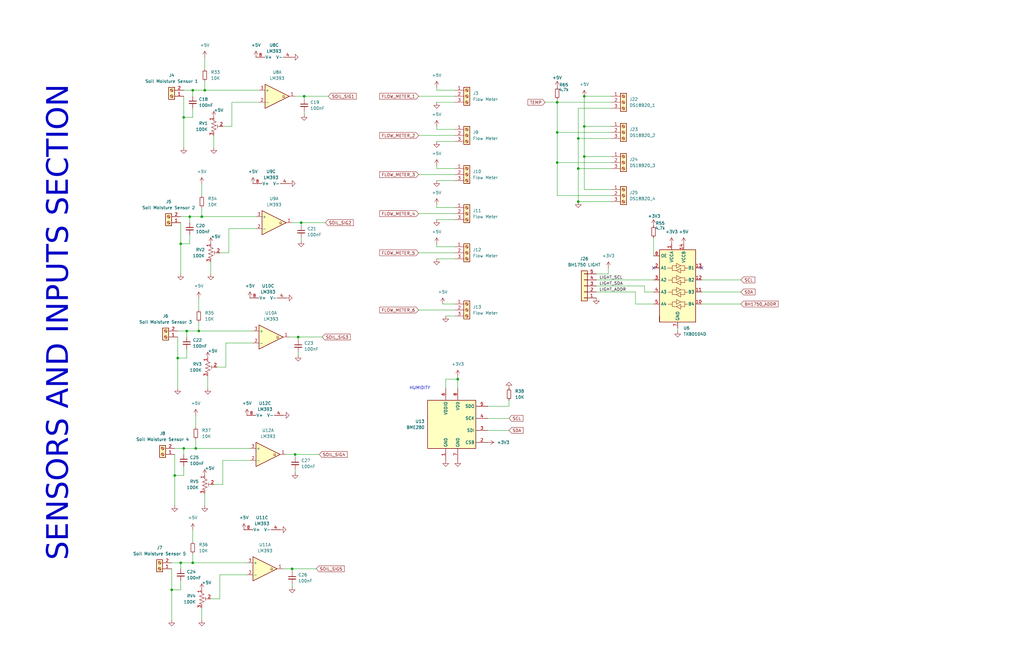
<source format=kicad_sch>
(kicad_sch (version 20250114) (generator "eeschema") (generator_version "9.0")
  (paper "B")
  (lib_symbols
    (symbol "Comparator:LM393" (pin_names (offset 0.127))
      (property "Reference" "U" (at 3.81 3.81 0))
      (property "Value" "LM393" (at 6.35 -3.81 0))
      (symbol "LM393_1_1"
        (pin input line (at -7.62 2.54 0) (length 2.54) (name "+") (number "3"))
        (pin input line (at -7.62 -2.54 0) (length 2.54) (name "-") (number "2"))
        (pin open_collector line (at 7.62 0 180) (length 2.54) (name "~") (number "1"))
      )
      (symbol "LM393_2_1"
        (pin input line (at -7.62 2.54 0) (length 2.54) (name "+") (number "5"))
        (pin input line (at -7.62 -2.54 0) (length 2.54) (name "-") (number "6"))
        (pin open_collector line (at 7.62 0 180) (length 2.54) (name "~") (number "7"))
      )
      (symbol "LM393_3_1"
        (pin power_in line (at -2.54 7.62 270) (length 3.81) (name "V+") (number "8"))
        (pin power_in line (at -2.54 -7.62 90) (length 3.81) (name "V-") (number "4"))
      )
    )
    (symbol "Connector:Screw_Terminal_01x02" (pin_names (offset 1.016) (hide yes))
      (property "Reference" "J" (at 0 2.54 0))
      (property "Value" "Screw_Terminal_01x02" (at 0 -5.08 0))
      (symbol "Screw_Terminal_01x02_1_1"
        (pin passive line (at -5.08 0 0) (length 3.81) (name "Pin_1") (number "1"))
        (pin passive line (at -5.08 -2.54 0) (length 3.81) (name "Pin_2") (number "2"))
      )
    )
    (symbol "Connector:Screw_Terminal_01x03" (pin_names (offset 1.016) (hide yes))
      (property "Reference" "J" (at 0 5.08 0))
      (property "Value" "Screw_Terminal_01x03" (at 0 -5.08 0))
      (symbol "Screw_Terminal_01x03_1_1"
        (pin passive line (at -5.08 2.54 0) (length 3.81) (name "Pin_1") (number "1"))
        (pin passive line (at -5.08 0 0) (length 3.81) (name "Pin_2") (number "2"))
        (pin passive line (at -5.08 -2.54 0) (length 3.81) (name "Pin_3") (number "3"))
      )
    )
    (symbol "Connector_Generic:Conn_01x05" (pin_names (offset 1.016) (hide yes))
      (property "Reference" "J" (at 0 7.62 0))
      (property "Value" "Conn_01x05" (at 0 -7.62 0))
      (symbol "Conn_01x05_1_1"
        (pin passive line (at -5.08 5.08 0) (length 3.81) (name "Pin_1") (number "1"))
        (pin passive line (at -5.08 2.54 0) (length 3.81) (name "Pin_2") (number "2"))
        (pin passive line (at -5.08 0 0) (length 3.81) (name "Pin_3") (number "3"))
        (pin passive line (at -5.08 -2.54 0) (length 3.81) (name "Pin_4") (number "4"))
        (pin passive line (at -5.08 -5.08 0) (length 3.81) (name "Pin_5") (number "5"))
      )
    )
    (symbol "Device:C_Small" (pin_numbers (hide yes)) (pin_names (offset 0.254) (hide yes))
      (property "Reference" "C" (at 0.254 1.778 0))
      (property "Value" "C_Small" (at 0.254 -2.032 0))
      (symbol "C_Small_1_1"
        (pin passive line (at 0 2.54 270) (length 2.032) (name "~") (number "1"))
        (pin passive line (at 0 -2.54 90) (length 2.032) (name "~") (number "2"))
      )
    )
    (symbol "Device:R_Potentiometer_Trim_US" (pin_names (offset 1.016) (hide yes))
      (property "Reference" "RV" (at -4.445 0 90))
      (property "Value" "R_Potentiometer_Trim_US" (at -2.54 0 90))
      (symbol "R_Potentiometer_Trim_US_1_1"
        (pin passive line (at 0 3.81 270) (length 1.27) (name "1") (number "1"))
        (pin passive line (at 0 -3.81 90) (length 1.27) (name "3") (number "3"))
        (pin passive line (at 3.81 0 180) (length 1.27) (name "2") (number "2"))
      )
    )
    (symbol "Device:R_Small" (pin_numbers (hide yes)) (pin_names (offset 0.254) (hide yes))
      (property "Reference" "R" (at 0.762 0.508 0))
      (property "Value" "R_Small" (at 0.762 -1.016 0))
      (symbol "R_Small_1_1"
        (pin passive line (at 0 2.54 270) (length 0.762) (name "~") (number "1"))
        (pin passive line (at 0 -2.54 90) (length 0.762) (name "~") (number "2"))
      )
    )
    (symbol "Logic_LevelTranslator:TXB0104D"
      (property "Reference" "U" (at -6.35 16.51 0))
      (property "Value" "TXB0104D" (at 3.81 16.51 0))
      (symbol "TXB0104D_1_1"
        (pin input line (at -10.16 12.7 0) (length 2.54) (name "OE") (number "8"))
        (pin bidirectional line (at -10.16 7.62 0) (length 2.54) (name "A1") (number "2"))
        (pin bidirectional line (at -10.16 2.54 0) (length 2.54) (name "A2") (number "3"))
        (pin bidirectional line (at -10.16 -2.54 0) (length 2.54) (name "A3") (number "4"))
        (pin bidirectional line (at -10.16 -7.62 0) (length 2.54) (name "A4") (number "5"))
        (pin no_connect line (at -7.62 -12.7 0) (length 2.54) (hide yes) (name "NC") (number "6"))
        (pin power_in line (at -2.54 17.78 270) (length 2.54) (name "VCCA") (number "1"))
        (pin power_in line (at 0 -17.78 90) (length 2.54) (name "GND") (number "7"))
        (pin power_in line (at 2.54 17.78 270) (length 2.54) (name "VCCB") (number "14"))
        (pin no_connect line (at 7.62 -12.7 180) (length 2.54) (hide yes) (name "NC") (number "9"))
        (pin bidirectional line (at 10.16 7.62 180) (length 2.54) (name "B1") (number "13"))
        (pin bidirectional line (at 10.16 2.54 180) (length 2.54) (name "B2") (number "12"))
        (pin bidirectional line (at 10.16 -2.54 180) (length 2.54) (name "B3") (number "11"))
        (pin bidirectional line (at 10.16 -7.62 180) (length 2.54) (name "B4") (number "10"))
      )
    )
    (symbol "Sensor:BME280"
      (property "Reference" "U" (at -8.89 11.43 0))
      (property "Value" "BME280" (at 7.62 11.43 0))
      (symbol "BME280_1_1"
        (pin power_in line (at -2.54 15.24 270) (length 5.08) (name "VDDIO") (number "6"))
        (pin power_in line (at -2.54 -15.24 90) (length 5.08) (name "GND") (number "1"))
        (pin power_in line (at 2.54 15.24 270) (length 5.08) (name "VDD") (number "8"))
        (pin power_in line (at 2.54 -15.24 90) (length 5.08) (name "GND") (number "7"))
        (pin bidirectional line (at 15.24 7.62 180) (length 5.08) (name "SDO") (number "5"))
        (pin input line (at 15.24 2.54 180) (length 5.08) (name "SCK") (number "4"))
        (pin bidirectional line (at 15.24 -2.54 180) (length 5.08) (name "SDI") (number "3"))
        (pin input line (at 15.24 -7.62 180) (length 5.08) (name "CSB") (number "2"))
      )
    )
    (symbol "power:+3V3" (power) (pin_numbers (hide yes)) (pin_names (offset 0) (hide yes))
      (property "Value" "+3V3" (at 0 3.556 0))
      (symbol "+3V3_1_1"
        (pin power_in line (at 0 0 90) (length 0) (name "~") (number "1"))
      )
    )
    (symbol "power:+5V" (power) (pin_numbers (hide yes)) (pin_names (offset 0) (hide yes))
      (property "Value" "+5V" (at 0 3.556 0))
      (symbol "+5V_1_1"
        (pin power_in line (at 0 0 90) (length 0) (name "~") (number "1"))
      )
    )
    (symbol "power:GND" (power) (pin_numbers (hide yes)) (pin_names (offset 0) (hide yes))
      (property "Value" "GND" (at 0 -3.81 0))
      (symbol "GND_1_1"
        (pin power_in line (at 0 0 270) (length 0) (name "~") (number "1"))
      )
    )
  )
  (text "SENSORS AND INPUTS SECTION" (at 27.178 136.144 90) (effects (font (size 9 9))))
  (text "HUMIDITY \n" (at 177.546 163.83 0) (effects (font (size 1.27 1.27))))
  (junction (at 77.47 189.23))
  (junction (at 128.27 40.64))
  (junction (at 243.84 85.09))
  (junction (at 246.38 66.04))
  (junction (at 83.82 139.7))
  (junction (at 76.2 237.49))
  (junction (at 82.55 189.23))
  (junction (at 76.2 102.87))
  (junction (at 193.04 160.02))
  (junction (at 125.73 142.24))
  (junction (at 78.74 139.7))
  (junction (at 81.28 237.49))
  (junction (at 77.47 49.53))
  (junction (at 80.01 91.44))
  (junction (at 123.19 240.03))
  (junction (at 246.38 53.34))
  (junction (at 124.46 191.77))
  (junction (at 86.36 38.1))
  (junction (at 127 93.98))
  (junction (at 72.39 248.92))
  (junction (at 85.09 91.44))
  (junction (at 243.84 58.42))
  (junction (at 243.84 71.12))
  (junction (at 74.93 151.13))
  (junction (at 234.95 68.58))
  (junction (at 234.95 43.18))
  (junction (at 81.28 38.1))
  (junction (at 234.95 55.88))
  (junction (at 246.38 40.64))
  (junction (at 73.66 200.66))
  (no_connect (at 295.91 113.03))
  (no_connect (at 275.59 113.03))
  (wire (pts (xy 78.74 147.32) (xy 78.74 151.13)))
  (wire (pts (xy 124.46 199.39) (xy 124.46 198.12)))
  (wire (pts (xy 88.9 115.57) (xy 88.9 110.49)))
  (wire (pts (xy 85.09 91.44) (xy 107.95 91.44)))
  (wire (pts (xy 246.38 40.64) (xy 246.38 53.34)))
  (wire (pts (xy 176.53 40.64) (xy 191.77 40.64)))
  (wire (pts (xy 123.19 240.03) (xy 133.35 240.03)))
  (wire (pts (xy 123.19 93.98) (xy 127 93.98)))
  (wire (pts (xy 92.71 106.68) (xy 96.52 106.68)))
  (wire (pts (xy 96.52 96.52) (xy 107.95 96.52)))
  (wire (pts (xy 85.09 261.62) (xy 85.09 256.54)))
  (wire (pts (xy 82.55 185.42) (xy 82.55 189.23)))
  (wire (pts (xy 187.96 133.35) (xy 191.77 133.35)))
  (wire (pts (xy 187.96 160.02) (xy 193.04 160.02)))
  (wire (pts (xy 93.98 53.34) (xy 97.79 53.34)))
  (wire (pts (xy 176.53 90.17) (xy 191.77 90.17)))
  (wire (pts (xy 246.38 53.34) (xy 246.38 66.04)))
  (wire (pts (xy 125.73 143.51) (xy 125.73 142.24)))
  (wire (pts (xy 77.47 200.66) (xy 73.66 200.66)))
  (wire (pts (xy 234.95 55.88) (xy 257.81 55.88)))
  (wire (pts (xy 97.79 43.18) (xy 109.22 43.18)))
  (wire (pts (xy 184.15 59.69) (xy 191.77 59.69)))
  (wire (pts (xy 205.74 176.53) (xy 214.63 176.53)))
  (wire (pts (xy 176.53 73.66) (xy 191.77 73.66)))
  (wire (pts (xy 88.9 252.73) (xy 92.71 252.73)))
  (wire (pts (xy 86.36 38.1) (xy 109.22 38.1)))
  (wire (pts (xy 90.17 204.47) (xy 93.98 204.47)))
  (wire (pts (xy 246.38 66.04) (xy 246.38 80.01)))
  (wire (pts (xy 251.46 115.57) (xy 256.54 115.57)))
  (wire (pts (xy 77.47 189.23) (xy 73.66 189.23)))
  (wire (pts (xy 82.55 189.23) (xy 105.41 189.23)))
  (wire (pts (xy 91.44 154.94) (xy 95.25 154.94)))
  (wire (pts (xy 187.96 163.83) (xy 187.96 160.02)))
  (wire (pts (xy 176.53 57.15) (xy 191.77 57.15)))
  (wire (pts (xy 80.01 102.87) (xy 76.2 102.87)))
  (wire (pts (xy 78.74 142.24) (xy 78.74 139.7)))
  (wire (pts (xy 78.74 151.13) (xy 74.93 151.13)))
  (wire (pts (xy 73.66 200.66) (xy 73.66 191.77)))
  (wire (pts (xy 271.78 120.65) (xy 271.78 123.19)))
  (wire (pts (xy 80.01 99.06) (xy 80.01 102.87)))
  (wire (pts (xy 128.27 41.91) (xy 128.27 40.64)))
  (wire (pts (xy 243.84 71.12) (xy 257.81 71.12)))
  (wire (pts (xy 72.39 248.92) (xy 72.39 240.03)))
  (wire (pts (xy 90.17 62.23) (xy 90.17 57.15)))
  (wire (pts (xy 86.36 213.36) (xy 86.36 208.28)))
  (wire (pts (xy 76.2 102.87) (xy 76.2 93.98)))
  (wire (pts (xy 93.98 194.31) (xy 105.41 194.31)))
  (wire (pts (xy 184.15 109.22) (xy 191.77 109.22)))
  (wire (pts (xy 76.2 240.03) (xy 76.2 237.49)))
  (wire (pts (xy 246.38 40.64) (xy 257.81 40.64)))
  (wire (pts (xy 124.46 193.04) (xy 124.46 191.77)))
  (wire (pts (xy 81.28 237.49) (xy 104.14 237.49)))
  (wire (pts (xy 86.36 38.1) (xy 81.28 38.1)))
  (wire (pts (xy 243.84 58.42) (xy 257.81 58.42)))
  (wire (pts (xy 193.04 160.02) (xy 193.04 163.83)))
  (wire (pts (xy 214.63 171.45) (xy 205.74 171.45)))
  (wire (pts (xy 184.15 54.61) (xy 191.77 54.61)))
  (wire (pts (xy 234.95 68.58) (xy 234.95 82.55)))
  (wire (pts (xy 95.25 154.94) (xy 95.25 144.78)))
  (wire (pts (xy 184.15 43.18) (xy 191.77 43.18)))
  (wire (pts (xy 243.84 45.72) (xy 243.84 58.42)))
  (wire (pts (xy 80.01 93.98) (xy 80.01 91.44)))
  (wire (pts (xy 85.09 87.63) (xy 85.09 91.44)))
  (wire (pts (xy 83.82 125.73) (xy 83.82 130.81)))
  (wire (pts (xy 124.46 40.64) (xy 128.27 40.64)))
  (wire (pts (xy 96.52 106.68) (xy 96.52 96.52)))
  (wire (pts (xy 123.19 247.65) (xy 123.19 246.38)))
  (wire (pts (xy 267.97 128.27) (xy 275.59 128.27)))
  (wire (pts (xy 76.2 248.92) (xy 72.39 248.92)))
  (wire (pts (xy 184.15 38.1) (xy 191.77 38.1)))
  (wire (pts (xy 243.84 58.42) (xy 243.84 71.12)))
  (wire (pts (xy 285.75 138.43) (xy 285.75 139.7)))
  (wire (pts (xy 234.95 82.55) (xy 257.81 82.55)))
  (wire (pts (xy 251.46 118.11) (xy 275.59 118.11)))
  (wire (pts (xy 81.28 237.49) (xy 76.2 237.49)))
  (wire (pts (xy 83.82 135.89) (xy 83.82 139.7)))
  (wire (pts (xy 184.15 53.34) (xy 184.15 54.61)))
  (wire (pts (xy 127 93.98) (xy 137.16 93.98)))
  (wire (pts (xy 184.15 69.85) (xy 184.15 71.12)))
  (wire (pts (xy 256.54 113.03) (xy 256.54 115.57)))
  (wire (pts (xy 234.95 41.91) (xy 234.95 43.18)))
  (wire (pts (xy 229.87 43.18) (xy 234.95 43.18)))
  (wire (pts (xy 74.93 151.13) (xy 74.93 142.24)))
  (wire (pts (xy 193.04 158.75) (xy 193.04 160.02)))
  (wire (pts (xy 80.01 91.44) (xy 76.2 91.44)))
  (wire (pts (xy 82.55 189.23) (xy 77.47 189.23)))
  (wire (pts (xy 83.82 139.7) (xy 106.68 139.7)))
  (wire (pts (xy 93.98 204.47) (xy 93.98 194.31)))
  (wire (pts (xy 86.36 24.13) (xy 86.36 29.21)))
  (wire (pts (xy 184.15 87.63) (xy 191.77 87.63)))
  (wire (pts (xy 184.15 36.83) (xy 184.15 38.1)))
  (wire (pts (xy 246.38 66.04) (xy 257.81 66.04)))
  (wire (pts (xy 271.78 123.19) (xy 275.59 123.19)))
  (wire (pts (xy 77.47 191.77) (xy 77.47 189.23)))
  (wire (pts (xy 123.19 241.3) (xy 123.19 240.03)))
  (wire (pts (xy 125.73 142.24) (xy 135.89 142.24)))
  (wire (pts (xy 267.97 123.19) (xy 267.97 128.27)))
  (wire (pts (xy 275.59 100.33) (xy 275.59 107.95)))
  (wire (pts (xy 128.27 40.64) (xy 138.43 40.64)))
  (wire (pts (xy 251.46 120.65) (xy 271.78 120.65)))
  (wire (pts (xy 77.47 49.53) (xy 77.47 40.64)))
  (wire (pts (xy 76.2 245.11) (xy 76.2 248.92)))
  (wire (pts (xy 184.15 102.87) (xy 184.15 104.14)))
  (wire (pts (xy 74.93 163.83) (xy 74.93 151.13)))
  (wire (pts (xy 95.25 144.78) (xy 106.68 144.78)))
  (wire (pts (xy 205.74 181.61) (xy 214.63 181.61)))
  (wire (pts (xy 81.28 49.53) (xy 77.47 49.53)))
  (wire (pts (xy 81.28 40.64) (xy 81.28 38.1)))
  (wire (pts (xy 184.15 92.71) (xy 191.77 92.71)))
  (wire (pts (xy 77.47 196.85) (xy 77.47 200.66)))
  (wire (pts (xy 97.79 53.34) (xy 97.79 43.18)))
  (wire (pts (xy 251.46 123.19) (xy 267.97 123.19)))
  (wire (pts (xy 234.95 43.18) (xy 257.81 43.18)))
  (wire (pts (xy 73.66 213.36) (xy 73.66 200.66)))
  (wire (pts (xy 246.38 80.01) (xy 257.81 80.01)))
  (wire (pts (xy 176.53 106.68) (xy 191.77 106.68)))
  (wire (pts (xy 77.47 62.23) (xy 77.47 49.53)))
  (wire (pts (xy 234.95 68.58) (xy 257.81 68.58)))
  (wire (pts (xy 81.28 38.1) (xy 77.47 38.1)))
  (wire (pts (xy 243.84 71.12) (xy 243.84 85.09)))
  (wire (pts (xy 86.36 34.29) (xy 86.36 38.1)))
  (wire (pts (xy 243.84 85.09) (xy 257.81 85.09)))
  (wire (pts (xy 234.95 43.18) (xy 234.95 55.88)))
  (wire (pts (xy 121.92 142.24) (xy 125.73 142.24)))
  (wire (pts (xy 82.55 175.26) (xy 82.55 180.34)))
  (wire (pts (xy 184.15 86.36) (xy 184.15 87.63)))
  (wire (pts (xy 92.71 242.57) (xy 104.14 242.57)))
  (wire (pts (xy 124.46 191.77) (xy 134.62 191.77)))
  (wire (pts (xy 184.15 71.12) (xy 191.77 71.12)))
  (wire (pts (xy 127 101.6) (xy 127 100.33)))
  (wire (pts (xy 127 95.25) (xy 127 93.98)))
  (wire (pts (xy 76.2 115.57) (xy 76.2 102.87)))
  (wire (pts (xy 81.28 233.68) (xy 81.28 237.49)))
  (wire (pts (xy 128.27 48.26) (xy 128.27 46.99)))
  (wire (pts (xy 246.38 53.34) (xy 257.81 53.34)))
  (wire (pts (xy 78.74 139.7) (xy 74.93 139.7)))
  (wire (pts (xy 176.53 130.81) (xy 191.77 130.81)))
  (wire (pts (xy 295.91 128.27) (xy 312.42 128.27)))
  (wire (pts (xy 81.28 45.72) (xy 81.28 49.53)))
  (wire (pts (xy 257.81 45.72) (xy 243.84 45.72)))
  (wire (pts (xy 186.69 128.27) (xy 191.77 128.27)))
  (wire (pts (xy 120.65 191.77) (xy 124.46 191.77)))
  (wire (pts (xy 295.91 123.19) (xy 312.42 123.19)))
  (wire (pts (xy 295.91 118.11) (xy 312.42 118.11)))
  (wire (pts (xy 184.15 76.2) (xy 191.77 76.2)))
  (wire (pts (xy 85.09 91.44) (xy 80.01 91.44)))
  (wire (pts (xy 125.73 149.86) (xy 125.73 148.59)))
  (wire (pts (xy 214.63 168.91) (xy 214.63 171.45)))
  (wire (pts (xy 81.28 223.52) (xy 81.28 228.6)))
  (wire (pts (xy 85.09 77.47) (xy 85.09 82.55)))
  (wire (pts (xy 76.2 237.49) (xy 72.39 237.49)))
  (wire (pts (xy 87.63 163.83) (xy 87.63 158.75)))
  (wire (pts (xy 234.95 55.88) (xy 234.95 68.58)))
  (wire (pts (xy 92.71 252.73) (xy 92.71 242.57)))
  (wire (pts (xy 184.15 104.14) (xy 191.77 104.14)))
  (wire (pts (xy 119.38 240.03) (xy 123.19 240.03)))
  (wire (pts (xy 83.82 139.7) (xy 78.74 139.7)))
  (wire (pts (xy 72.39 261.62) (xy 72.39 248.92)))
  (label "LIGHT_ADDR" (at 252.73 123.19 0))
  (label "LIGHT_SCL" (at 252.73 118.11 0))
  (label "LIGHT_SDA" (at 252.73 120.65 0))
  (global_label "SDA" (shape input) (at 312.42 123.19 0) (property "Intersheetrefs" "${INTERSHEET_REFS}" (effects (hide yes))))
  (global_label "SOIL_SIG3" (shape input) (at 135.89 142.24 0) (property "Intersheetrefs" "${INTERSHEET_REFS}" (effects (hide yes))))
  (global_label "SOIL_SIG4" (shape input) (at 134.62 191.77 0) (property "Intersheetrefs" "${INTERSHEET_REFS}" (effects (hide yes))))
  (global_label "SCL" (shape input) (at 312.42 118.11 0) (property "Intersheetrefs" "${INTERSHEET_REFS}" (effects (hide yes))))
  (global_label "SOIL_SIG2" (shape input) (at 137.16 93.98 0) (property "Intersheetrefs" "${INTERSHEET_REFS}" (effects (hide yes))))
  (global_label "FLOW_METER_5" (shape input) (at 176.53 106.68 180) (property "Intersheetrefs" "${INTERSHEET_REFS}" (effects (hide yes))))
  (global_label "SCL" (shape input) (at 214.63 176.53 0) (property "Intersheetrefs" "${INTERSHEET_REFS}" (effects (hide yes))))
  (global_label "BH1750_ADDR" (shape input) (at 312.42 128.27 0) (property "Intersheetrefs" "${INTERSHEET_REFS}" (effects (hide yes))))
  (global_label "SDA" (shape input) (at 214.63 181.61 0) (property "Intersheetrefs" "${INTERSHEET_REFS}" (effects (hide yes))))
  (global_label "FLOW_METER_1" (shape input) (at 176.53 40.64 180) (property "Intersheetrefs" "${INTERSHEET_REFS}" (effects (hide yes))))
  (global_label "SOIL_SIG5" (shape input) (at 133.35 240.03 0) (property "Intersheetrefs" "${INTERSHEET_REFS}" (effects (hide yes))))
  (global_label "FLOW_METER_4" (shape input) (at 176.53 90.17 180) (property "Intersheetrefs" "${INTERSHEET_REFS}" (effects (hide yes))))
  (global_label "SOIL_SIG1" (shape input) (at 138.43 40.64 0) (property "Intersheetrefs" "${INTERSHEET_REFS}" (effects (hide yes))))
  (global_label "FLOW_METER_6" (shape input) (at 176.53 130.81 180) (property "Intersheetrefs" "${INTERSHEET_REFS}" (effects (hide yes))))
  (global_label "FLOW_METER_3" (shape input) (at 176.53 73.66 180) (property "Intersheetrefs" "${INTERSHEET_REFS}" (effects (hide yes))))
  (global_label "TEMP" (shape input) (at 229.87 43.18 180) (property "Intersheetrefs" "${INTERSHEET_REFS}" (effects (hide yes))))
  (global_label "FLOW_METER_2" (shape input) (at 176.53 57.15 180) (property "Intersheetrefs" "${INTERSHEET_REFS}" (effects (hide yes))))
  (symbol (lib_id "Connector:Screw_Terminal_01x03") (at 196.85 130.81 0) (unit 1)
    (property "Reference" "J13" (at 199.39 129.54 0) (effects (justify left)))
    (property "Value" "Flow Meter" (at 199.39 132.08 0) (effects (justify left)))
    (property "Footprint" "TerminalBlock:TerminalBlock_bornier-3_P5.08mm" (effects (hide yes)))
    (property "Description" "Generic screw terminal, single row, 01x03, script generated (kicad-library-utils/schlib/autogen/connector/)" (effects (hide yes)))
    (property "LCSC Part#" "C430602" (effects (hide yes)))
  )
  (symbol (lib_id "power:+3V3") (at 193.04 158.75 0) (unit 1)
    (property "Reference" "#PWR0128" (effects (hide yes)))
    (property "Value" "+3V3" (at 193.04 153.67 0))
    (property "Description" "Power symbol creates a global label with name \"+3V3\"" (effects (hide yes)))
  )
  (symbol (lib_id "power:GND") (at 90.17 62.23 0) (unit 1)
    (property "Reference" "#PWR082" (effects (hide yes)))
    (property "Value" "GND" (effects (hide yes)))
    (property "Description" "Power symbol creates a global label with name \"GND\" , ground" (effects (hide yes)))
  )
  (symbol (lib_id "power:+3V3") (at 256.54 113.03 0) (unit 1)
    (property "Reference" "#PWR036" (effects (hide yes)))
    (property "Value" "+3V3" (at 256.54 107.95 0))
    (property "Description" "Power symbol creates a global label with name \"+3V3\"" (effects (hide yes)))
  )
  (symbol (lib_id "power:GND") (at 184.15 76.2 0) (unit 1)
    (property "Reference" "#PWR0118" (effects (hide yes)))
    (property "Value" "GND" (effects (hide yes)))
    (property "Description" "Power symbol creates a global label with name \"GND\" , ground" (effects (hide yes)))
  )
  (symbol (lib_id "Comparator:LM393") (at 113.03 191.77 0) (unit 1)
    (property "Reference" "U12" (at 113.03 181.61 0))
    (property "Value" "LM393" (at 113.03 184.15 0))
    (property "Footprint" "Package_SO:SOIC-8_3.9x4.9mm_P1.27mm" (effects (hide yes)))
    (property "Datasheet" "http://www.ti.com/lit/ds/symlink/lm393.pdf" (effects (hide yes)))
    (property "Description" "Low-Power, Low-Offset Voltage, Dual Comparators, DIP-8/SOIC-8/TO-99-8" (effects (hide yes)))
    (property "LCSC Part#" "C7955" (effects (hide yes)))
  )
  (symbol (lib_id "power:GND") (at 119.38 175.26 90) (unit 1)
    (property "Reference" "#PWR0110" (effects (hide yes)))
    (property "Value" "GND" (effects (hide yes)))
    (property "Description" "Power symbol creates a global label with name \"GND\" , ground" (effects (hide yes)))
  )
  (symbol (lib_id "Connector:Screw_Terminal_01x02") (at 71.12 93.98 180) (unit 1)
    (property "Reference" "J5" (at 71.12 85.09 0))
    (property "Value" "Soil Moisture Sensor 2" (at 71.12 87.63 0))
    (property "Footprint" "TerminalBlock:TerminalBlock_bornier-2_P5.08mm" (effects (hide yes)))
    (property "Description" "Generic screw terminal, single row, 01x02, script generated (kicad-library-utils/schlib/autogen/connector/)" (effects (hide yes)))
    (property "LCSC Part#" "C430601" (effects (hide yes)))
  )
  (symbol (lib_id "Comparator:LM393") (at 115.57 21.59 90) (unit 3)
    (property "Reference" "U8" (at 115.57 19.05 90))
    (property "Value" "LM393" (at 115.57 21.59 90))
    (property "Footprint" "Package_SO:SOIC-8_3.9x4.9mm_P1.27mm" (effects (hide yes)))
    (property "Datasheet" "http://www.ti.com/lit/ds/symlink/lm393.pdf" (effects (hide yes)))
    (property "Description" "Low-Power, Low-Offset Voltage, Dual Comparators, DIP-8/SOIC-8/TO-99-8" (effects (hide yes)))
    (property "LCSC Part#" "C7955" (effects (hide yes)))
  )
  (symbol (lib_id "Connector:Screw_Terminal_01x03") (at 196.85 90.17 0) (unit 1)
    (property "Reference" "J11" (at 199.39 88.9 0) (effects (justify left)))
    (property "Value" "Flow Meter" (at 199.39 91.44 0) (effects (justify left)))
    (property "Footprint" "TerminalBlock:TerminalBlock_bornier-3_P5.08mm" (effects (hide yes)))
    (property "Description" "Generic screw terminal, single row, 01x03, script generated (kicad-library-utils/schlib/autogen/connector/)" (effects (hide yes)))
    (property "LCSC Part#" "C430602" (effects (hide yes)))
  )
  (symbol (lib_id "Device:C_Small") (at 80.01 96.52 0) (unit 1)
    (property "Reference" "C20" (at 82.55 95.2563 0) (effects (justify left)))
    (property "Value" "100nF" (at 82.55 97.7963 0) (effects (justify left)))
    (property "Footprint" "Capacitor_SMD:C_0805_2012Metric" (effects (hide yes)))
    (property "Description" "Unpolarized capacitor, small symbol" (effects (hide yes)))
    (property "LCSC Part#" "C49678" (effects (hide yes)))
  )
  (symbol (lib_id "Device:C_Small") (at 127 97.79 0) (unit 1)
    (property "Reference" "C21" (at 129.54 96.5263 0) (effects (justify left)))
    (property "Value" "100nF" (at 129.54 99.0663 0) (effects (justify left)))
    (property "Footprint" "Capacitor_SMD:C_0805_2012Metric" (effects (hide yes)))
    (property "Description" "Unpolarized capacitor, small symbol" (effects (hide yes)))
    (property "LCSC Part#" "C49678" (effects (hide yes)))
  )
  (symbol (lib_id "power:GND") (at 73.66 213.36 0) (unit 1)
    (property "Reference" "#PWR0100" (effects (hide yes)))
    (property "Value" "GND" (effects (hide yes)))
    (property "Description" "Power symbol creates a global label with name \"GND\" , ground" (effects (hide yes)))
  )
  (symbol (lib_id "Connector:Screw_Terminal_01x03") (at 196.85 73.66 0) (unit 1)
    (property "Reference" "J10" (at 199.39 72.39 0) (effects (justify left)))
    (property "Value" "Flow Meter" (at 199.39 74.93 0) (effects (justify left)))
    (property "Footprint" "TerminalBlock:TerminalBlock_bornier-3_P5.08mm" (effects (hide yes)))
    (property "Description" "Generic screw terminal, single row, 01x03, script generated (kicad-library-utils/schlib/autogen/connector/)" (effects (hide yes)))
    (property "LCSC Part#" "C430602" (effects (hide yes)))
  )
  (symbol (lib_id "power:+3V3") (at 275.59 95.25 0) (unit 1)
    (property "Reference" "#PWR0183" (effects (hide yes)))
    (property "Value" "+3V3" (at 275.844 91.186 0))
    (property "Description" "Power symbol creates a global label with name \"+3V3\"" (effects (hide yes)))
  )
  (symbol (lib_id "power:GND") (at 76.2 115.57 0) (unit 1)
    (property "Reference" "#PWR085" (effects (hide yes)))
    (property "Value" "GND" (effects (hide yes)))
    (property "Description" "Power symbol creates a global label with name \"GND\" , ground" (effects (hide yes)))
  )
  (symbol (lib_id "Connector:Screw_Terminal_01x03") (at 262.89 82.55 0) (unit 1)
    (property "Reference" "J25" (at 265.43 81.28 0) (effects (justify left)))
    (property "Value" "DS18B20_4" (at 265.43 83.82 0) (effects (justify left)))
    (property "Footprint" "TerminalBlock:TerminalBlock_bornier-3_P5.08mm" (effects (hide yes)))
    (property "Description" "Generic screw terminal, single row, 01x03, script generated (kicad-library-utils/schlib/autogen/connector/)" (effects (hide yes)))
    (property "LCSC Part#" "C430602" (effects (hide yes)))
  )
  (symbol (lib_id "power:+5V") (at 288.29 102.87 0) (unit 1)
    (property "Reference" "#PWR037" (effects (hide yes)))
    (property "Value" "+5V" (at 288.29 97.79 0))
    (property "Description" "Power symbol creates a global label with name \"+5V\"" (effects (hide yes)))
  )
  (symbol (lib_id "power:GND") (at 187.96 194.31 0) (unit 1)
    (property "Reference" "#PWR0126" (effects (hide yes)))
    (property "Value" "GND" (effects (hide yes)))
    (property "Description" "Power symbol creates a global label with name \"GND\" , ground" (effects (hide yes)))
  )
  (symbol (lib_id "power:GND") (at 285.75 139.7 0) (unit 1)
    (property "Reference" "#PWR033" (effects (hide yes)))
    (property "Value" "GND" (effects (hide yes)))
    (property "Description" "Power symbol creates a global label with name \"GND\" , ground" (effects (hide yes)))
  )
  (symbol (lib_id "power:+5V") (at 81.28 223.52 0) (unit 1)
    (property "Reference" "#PWR0101" (effects (hide yes)))
    (property "Value" "+5V" (at 81.28 218.44 0))
    (property "Description" "Power symbol creates a global label with name \"+5V\"" (effects (hide yes)))
  )
  (symbol (lib_id "Device:R_Potentiometer_Trim_US") (at 86.36 204.47 0) (unit 1)
    (property "Reference" "RV5" (at 83.82 203.2 0) (effects (justify right)))
    (property "Value" "100K" (at 83.82 205.74 0) (effects (justify right)))
    (property "Footprint" "Potentiometer_THT:Potentiometer_Bourns_3296W_Vertical" (effects (hide yes)))
    (property "Description" "Trim-potentiometer, US symbol" (effects (hide yes)))
    (property "LCSC Part#" "C118963" (effects (hide yes)))
  )
  (symbol (lib_id "power:GND") (at 123.19 24.13 90) (unit 1)
    (property "Reference" "#PWR079" (effects (hide yes)))
    (property "Value" "GND" (effects (hide yes)))
    (property "Description" "Power symbol creates a global label with name \"GND\" , ground" (effects (hide yes)))
  )
  (symbol (lib_id "power:GND") (at 123.19 247.65 0) (unit 1)
    (property "Reference" "#PWR0111" (effects (hide yes)))
    (property "Value" "GND" (effects (hide yes)))
    (property "Description" "Power symbol creates a global label with name \"GND\" , ground" (effects (hide yes)))
  )
  (symbol (lib_id "power:+5V") (at 83.82 125.73 0) (unit 1)
    (property "Reference" "#PWR093" (effects (hide yes)))
    (property "Value" "+5V" (at 83.82 120.65 0))
    (property "Description" "Power symbol creates a global label with name \"+5V\"" (effects (hide yes)))
  )
  (symbol (lib_id "power:+5V") (at 246.38 40.64 0) (unit 1)
    (property "Reference" "#PWR032" (effects (hide yes)))
    (property "Value" "+5V" (at 246.38 35.56 0))
    (property "Description" "Power symbol creates a global label with name \"+5V\"" (effects (hide yes)))
  )
  (symbol (lib_id "Connector:Screw_Terminal_01x02") (at 72.39 40.64 180) (unit 1)
    (property "Reference" "J4" (at 72.39 31.75 0))
    (property "Value" "Soil Moisture Sensor 1" (at 72.39 34.29 0))
    (property "Footprint" "TerminalBlock:TerminalBlock_bornier-2_P5.08mm" (effects (hide yes)))
    (property "Description" "Generic screw terminal, single row, 01x02, script generated (kicad-library-utils/schlib/autogen/connector/)" (effects (hide yes)))
    (property "LCSC Part#" "C430601" (effects (hide yes)))
  )
  (symbol (lib_id "power:GND") (at 184.15 59.69 0) (unit 1)
    (property "Reference" "#PWR0116" (effects (hide yes)))
    (property "Value" "GND" (effects (hide yes)))
    (property "Description" "Power symbol creates a global label with name \"GND\" , ground" (effects (hide yes)))
  )
  (symbol (lib_id "Connector:Screw_Terminal_01x02") (at 69.85 142.24 180) (unit 1)
    (property "Reference" "J6" (at 69.85 133.35 0))
    (property "Value" "Soil Moisture Sensor 3" (at 69.85 135.89 0))
    (property "Footprint" "TerminalBlock:TerminalBlock_bornier-2_P5.08mm" (effects (hide yes)))
    (property "Description" "Generic screw terminal, single row, 01x02, script generated (kicad-library-utils/schlib/autogen/connector/)" (effects (hide yes)))
    (property "LCSC Part#" "C430601" (effects (hide yes)))
  )
  (symbol (lib_id "power:GND") (at 214.63 163.83 180) (unit 1)
    (property "Reference" "#PWR0127" (effects (hide yes)))
    (property "Value" "GND" (effects (hide yes)))
    (property "Description" "Power symbol creates a global label with name \"GND\" , ground" (effects (hide yes)))
  )
  (symbol (lib_id "power:+5V") (at 186.69 128.27 0) (unit 1)
    (property "Reference" "#PWR0123" (effects (hide yes)))
    (property "Value" "+5V" (at 186.69 123.19 0))
    (property "Description" "Power symbol creates a global label with name \"+5V\"" (effects (hide yes)))
  )
  (symbol (lib_id "power:GND") (at 125.73 149.86 0) (unit 1)
    (property "Reference" "#PWR098" (effects (hide yes)))
    (property "Value" "GND" (effects (hide yes)))
    (property "Description" "Power symbol creates a global label with name \"GND\" , ground" (effects (hide yes)))
  )
  (symbol (lib_id "Device:C_Small") (at 128.27 44.45 0) (unit 1)
    (property "Reference" "C19" (at 130.81 43.1863 0) (effects (justify left)))
    (property "Value" "100nF" (at 130.81 45.7263 0) (effects (justify left)))
    (property "Footprint" "Capacitor_SMD:C_0805_2012Metric" (effects (hide yes)))
    (property "Description" "Unpolarized capacitor, small symbol" (effects (hide yes)))
    (property "LCSC Part#" "C49678" (effects (hide yes)))
  )
  (symbol (lib_id "Comparator:LM393") (at 115.57 93.98 0) (unit 1)
    (property "Reference" "U9" (at 115.57 83.82 0))
    (property "Value" "LM393" (at 115.57 86.36 0))
    (property "Footprint" "Package_SO:SOIC-8_3.9x4.9mm_P1.27mm" (effects (hide yes)))
    (property "Datasheet" "http://www.ti.com/lit/ds/symlink/lm393.pdf" (effects (hide yes)))
    (property "Description" "Low-Power, Low-Offset Voltage, Dual Comparators, DIP-8/SOIC-8/TO-99-8" (effects (hide yes)))
    (property "LCSC Part#" "C7955" (effects (hide yes)))
  )
  (symbol (lib_id "Device:R_Potentiometer_Trim_US") (at 90.17 53.34 0) (unit 1)
    (property "Reference" "RV1" (at 87.63 52.07 0) (effects (justify right)))
    (property "Value" "100K" (at 87.63 54.61 0) (effects (justify right)))
    (property "Footprint" "Potentiometer_THT:Potentiometer_Bourns_3296W_Vertical" (effects (hide yes)))
    (property "Description" "Trim-potentiometer, US symbol" (effects (hide yes)))
    (property "LCSC Part#" "C118963" (effects (hide yes)))
  )
  (symbol (lib_id "Comparator:LM393") (at 116.84 40.64 0) (unit 1)
    (property "Reference" "U8" (at 116.84 30.48 0))
    (property "Value" "LM393" (at 116.84 33.02 0))
    (property "Footprint" "Package_SO:SOIC-8_3.9x4.9mm_P1.27mm" (effects (hide yes)))
    (property "Datasheet" "http://www.ti.com/lit/ds/symlink/lm393.pdf" (effects (hide yes)))
    (property "Description" "Low-Power, Low-Offset Voltage, Dual Comparators, DIP-8/SOIC-8/TO-99-8" (effects (hide yes)))
    (property "LCSC Part#" "C7955" (effects (hide yes)))
  )
  (symbol (lib_id "Connector:Screw_Terminal_01x03") (at 262.89 43.18 0) (unit 1)
    (property "Reference" "J22" (at 265.43 41.91 0) (effects (justify left)))
    (property "Value" "DS18B20_1" (at 265.43 44.45 0) (effects (justify left)))
    (property "Footprint" "TerminalBlock:TerminalBlock_bornier-3_P5.08mm" (effects (hide yes)))
    (property "Description" "Generic screw terminal, single row, 01x03, script generated (kicad-library-utils/schlib/autogen/connector/)" (effects (hide yes)))
    (property "LCSC Part#" "C430602" (effects (hide yes)))
  )
  (symbol (lib_id "Device:C_Small") (at 77.47 194.31 0) (unit 1)
    (property "Reference" "C25" (at 80.01 193.0463 0) (effects (justify left)))
    (property "Value" "100nF" (at 80.01 195.5863 0) (effects (justify left)))
    (property "Footprint" "Capacitor_SMD:C_0805_2012Metric" (effects (hide yes)))
    (property "Description" "Unpolarized capacitor, small symbol" (effects (hide yes)))
    (property "LCSC Part#" "C49678" (effects (hide yes)))
  )
  (symbol (lib_id "Device:R_Small") (at 234.95 39.37 180) (unit 1)
    (property "Reference" "R65" (at 237.744 35.814 0))
    (property "Value" "4.7k" (at 237.744 37.846 0))
    (property "Footprint" "Resistor_SMD:R_0805_2012Metric" (effects (hide yes)))
    (property "Description" "Resistor, small symbol" (effects (hide yes)))
    (property "LCSC Part#" "C17673" (effects (hide yes)))
  )
  (symbol (lib_id "Connector:Screw_Terminal_01x03") (at 196.85 57.15 0) (unit 1)
    (property "Reference" "J9" (at 199.39 55.88 0) (effects (justify left)))
    (property "Value" "Flow Meter" (at 199.39 58.42 0) (effects (justify left)))
    (property "Footprint" "TerminalBlock:TerminalBlock_bornier-3_P5.08mm" (effects (hide yes)))
    (property "Description" "Generic screw terminal, single row, 01x03, script generated (kicad-library-utils/schlib/autogen/connector/)" (effects (hide yes)))
    (property "LCSC Part#" "C430602" (effects (hide yes)))
  )
  (symbol (lib_id "power:GND") (at 74.93 163.83 0) (unit 1)
    (property "Reference" "#PWR092" (effects (hide yes)))
    (property "Value" "GND" (effects (hide yes)))
    (property "Description" "Power symbol creates a global label with name \"GND\" , ground" (effects (hide yes)))
  )
  (symbol (lib_id "power:GND") (at 243.84 85.09 0) (unit 1)
    (property "Reference" "#PWR031" (effects (hide yes)))
    (property "Value" "GND" (effects (hide yes)))
    (property "Description" "Power symbol creates a global label with name \"GND\" , ground" (effects (hide yes)))
  )
  (symbol (lib_id "power:GND") (at 77.47 62.23 0) (unit 1)
    (property "Reference" "#PWR081" (effects (hide yes)))
    (property "Value" "GND" (effects (hide yes)))
    (property "Description" "Power symbol creates a global label with name \"GND\" , ground" (effects (hide yes)))
  )
  (symbol (lib_id "power:+3V3") (at 283.21 102.87 0) (unit 1)
    (property "Reference" "#PWR035" (effects (hide yes)))
    (property "Value" "+3V3" (at 283.21 97.79 0))
    (property "Description" "Power symbol creates a global label with name \"+3V3\"" (effects (hide yes)))
  )
  (symbol (lib_id "Comparator:LM393") (at 111.76 240.03 0) (unit 1)
    (property "Reference" "U11" (at 111.76 229.87 0))
    (property "Value" "LM393" (at 111.76 232.41 0))
    (property "Footprint" "Package_SO:SOIC-8_3.9x4.9mm_P1.27mm" (effects (hide yes)))
    (property "Datasheet" "http://www.ti.com/lit/ds/symlink/lm393.pdf" (effects (hide yes)))
    (property "Description" "Low-Power, Low-Offset Voltage, Dual Comparators, DIP-8/SOIC-8/TO-99-8" (effects (hide yes)))
    (property "LCSC Part#" "C7955" (effects (hide yes)))
  )
  (symbol (lib_id "power:+5V") (at 104.14 175.26 0) (unit 1)
    (property "Reference" "#PWR0108" (effects (hide yes)))
    (property "Value" "+5V" (at 104.14 170.18 0))
    (property "Description" "Power symbol creates a global label with name \"+5V\"" (effects (hide yes)))
  )
  (symbol (lib_id "Connector:Screw_Terminal_01x02") (at 68.58 191.77 180) (unit 1)
    (property "Reference" "J8" (at 68.58 182.88 0))
    (property "Value" "Soil Moisture Sensor 4" (at 68.58 185.42 0))
    (property "Footprint" "TerminalBlock:TerminalBlock_bornier-2_P5.08mm" (effects (hide yes)))
    (property "Description" "Generic screw terminal, single row, 01x02, script generated (kicad-library-utils/schlib/autogen/connector/)" (effects (hide yes)))
    (property "LCSC Part#" "C430601" (effects (hide yes)))
  )
  (symbol (lib_id "power:+5V") (at 184.15 102.87 0) (unit 1)
    (property "Reference" "#PWR0121" (effects (hide yes)))
    (property "Value" "+5V" (at 184.15 97.79 0))
    (property "Description" "Power symbol creates a global label with name \"+5V\"" (effects (hide yes)))
  )
  (symbol (lib_id "Logic_LevelTranslator:TXB0104D") (at 285.75 120.65 0) (unit 1)
    (property "Reference" "U6" (at 288.1131 138.43 0) (effects (justify left)))
    (property "Value" "TXB0104D" (at 288.1131 140.97 0) (effects (justify left)))
    (property "Footprint" "Package_SO:SOIC-14_3.9x8.7mm_P1.27mm" (effects (hide yes)))
    (property "Datasheet" "http://www.ti.com/lit/ds/symlink/txb0104.pdf" (effects (hide yes)))
    (property "Description" "4-Bit Bidirectional Voltage-Level Translator, Auto Direction Sensing and ±15-kV ESD Protection, 1.2 - 3.6V APort, 1.65 - 5.5V BPort, SOIC-14" (effects (hide yes)))
    (property "LCSC Part#" "C1549752" (effects (hide yes)))
  )
  (symbol (lib_id "power:GND") (at 187.96 133.35 0) (unit 1)
    (property "Reference" "#PWR0124" (effects (hide yes)))
    (property "Value" "GND" (effects (hide yes)))
    (property "Description" "Power symbol creates a global label with name \"GND\" , ground" (effects (hide yes)))
  )
  (symbol (lib_id "power:GND") (at 85.09 261.62 0) (unit 1)
    (property "Reference" "#PWR0104" (effects (hide yes)))
    (property "Value" "GND" (effects (hide yes)))
    (property "Description" "Power symbol creates a global label with name \"GND\" , ground" (effects (hide yes)))
  )
  (symbol (lib_id "Device:R_Small") (at 214.63 166.37 180) (unit 1)
    (property "Reference" "R38" (at 217.17 165.1 0) (effects (justify right)))
    (property "Value" "10K" (at 217.17 167.64 0) (effects (justify right)))
    (property "Footprint" "Resistor_SMD:R_0805_2012Metric" (effects (hide yes)))
    (property "Description" "Resistor, small symbol" (effects (hide yes)))
    (property "LCSC Part#" "C84376" (effects (hide yes)))
  )
  (symbol (lib_id "power:+5V") (at 85.09 77.47 0) (unit 1)
    (property "Reference" "#PWR086" (effects (hide yes)))
    (property "Value" "+5V" (at 85.09 72.39 0))
    (property "Description" "Power symbol creates a global label with name \"+5V\"" (effects (hide yes)))
  )
  (symbol (lib_id "Comparator:LM393") (at 114.3 142.24 0) (unit 1)
    (property "Reference" "U10" (at 114.3 132.08 0))
    (property "Value" "LM393" (at 114.3 134.62 0))
    (property "Footprint" "Package_SO:SOIC-8_3.9x4.9mm_P1.27mm" (effects (hide yes)))
    (property "Datasheet" "http://www.ti.com/lit/ds/symlink/lm393.pdf" (effects (hide yes)))
    (property "Description" "Low-Power, Low-Offset Voltage, Dual Comparators, DIP-8/SOIC-8/TO-99-8" (effects (hide yes)))
    (property "LCSC Part#" "C7955" (effects (hide yes)))
  )
  (symbol (lib_id "power:GND") (at 127 101.6 0) (unit 1)
    (property "Reference" "#PWR091" (effects (hide yes)))
    (property "Value" "GND" (effects (hide yes)))
    (property "Description" "Power symbol creates a global label with name \"GND\" , ground" (effects (hide yes)))
  )
  (symbol (lib_id "power:+5V") (at 184.15 69.85 0) (unit 1)
    (property "Reference" "#PWR0117" (effects (hide yes)))
    (property "Value" "+5V" (at 184.15 64.77 0))
    (property "Description" "Power symbol creates a global label with name \"+5V\"" (effects (hide yes)))
  )
  (symbol (lib_id "Device:C_Small") (at 124.46 195.58 0) (unit 1)
    (property "Reference" "C27" (at 127 194.3163 0) (effects (justify left)))
    (property "Value" "100nF" (at 127 196.8563 0) (effects (justify left)))
    (property "Footprint" "Capacitor_SMD:C_0805_2012Metric" (effects (hide yes)))
    (property "Description" "Unpolarized capacitor, small symbol" (effects (hide yes)))
    (property "LCSC Part#" "C49678" (effects (hide yes)))
  )
  (symbol (lib_id "power:+5V") (at 85.09 248.92 0) (unit 1)
    (property "Reference" "#PWR0103" (effects (hide yes)))
    (property "Value" "+5V" (at 87.122 245.872 0))
    (property "Description" "Power symbol creates a global label with name \"+5V\"" (effects (hide yes)))
  )
  (symbol (lib_id "Comparator:LM393") (at 113.03 123.19 90) (unit 3)
    (property "Reference" "U10" (at 113.03 120.65 90))
    (property "Value" "LM393" (at 113.03 123.19 90))
    (property "Footprint" "Package_SO:SOIC-8_3.9x4.9mm_P1.27mm" (effects (hide yes)))
    (property "Datasheet" "http://www.ti.com/lit/ds/symlink/lm393.pdf" (effects (hide yes)))
    (property "Description" "Low-Power, Low-Offset Voltage, Dual Comparators, DIP-8/SOIC-8/TO-99-8" (effects (hide yes)))
    (property "LCSC Part#" "C7955" (effects (hide yes)))
  )
  (symbol (lib_id "Device:R_Potentiometer_Trim_US") (at 87.63 154.94 0) (unit 1)
    (property "Reference" "RV3" (at 85.09 153.67 0) (effects (justify right)))
    (property "Value" "100K" (at 85.09 156.21 0) (effects (justify right)))
    (property "Footprint" "Potentiometer_THT:Potentiometer_Bourns_3296W_Vertical" (effects (hide yes)))
    (property "Description" "Trim-potentiometer, US symbol" (effects (hide yes)))
    (property "LCSC Part#" "C118963" (effects (hide yes)))
  )
  (symbol (lib_id "power:GND") (at 120.65 125.73 90) (unit 1)
    (property "Reference" "#PWR097" (effects (hide yes)))
    (property "Value" "GND" (effects (hide yes)))
    (property "Description" "Power symbol creates a global label with name \"GND\" , ground" (effects (hide yes)))
  )
  (symbol (lib_id "Device:R_Small") (at 83.82 133.35 180) (unit 1)
    (property "Reference" "R35" (at 86.36 132.08 0) (effects (justify right)))
    (property "Value" "10K" (at 86.36 134.62 0) (effects (justify right)))
    (property "Footprint" "Resistor_SMD:R_0805_2012Metric" (effects (hide yes)))
    (property "Description" "Resistor, small symbol" (effects (hide yes)))
    (property "LCSC Part#" "C84376" (effects (hide yes)))
  )
  (symbol (lib_id "power:+5V") (at 234.95 36.83 0) (unit 1)
    (property "Reference" "#PWR0193" (effects (hide yes)))
    (property "Value" "+5V" (at 234.95 32.766 0))
    (property "Description" "Power symbol creates a global label with name \"+5V\"" (effects (hide yes)))
  )
  (symbol (lib_id "power:GND") (at 251.46 125.73 0) (unit 1)
    (property "Reference" "#PWR034" (effects (hide yes)))
    (property "Value" "GND" (effects (hide yes)))
    (property "Description" "Power symbol creates a global label with name \"GND\" , ground" (effects (hide yes)))
  )
  (symbol (lib_id "Device:R_Small") (at 85.09 85.09 180) (unit 1)
    (property "Reference" "R34" (at 87.63 83.82 0) (effects (justify right)))
    (property "Value" "10K" (at 87.63 86.36 0) (effects (justify right)))
    (property "Footprint" "Resistor_SMD:R_0805_2012Metric" (effects (hide yes)))
    (property "Description" "Resistor, small symbol" (effects (hide yes)))
    (property "LCSC Part#" "C84376" (effects (hide yes)))
  )
  (symbol (lib_id "Device:R_Small") (at 81.28 231.14 180) (unit 1)
    (property "Reference" "R36" (at 83.82 229.87 0) (effects (justify right)))
    (property "Value" "10K" (at 83.82 232.41 0) (effects (justify right)))
    (property "Footprint" "Resistor_SMD:R_0805_2012Metric" (effects (hide yes)))
    (property "Description" "Resistor, small symbol" (effects (hide yes)))
    (property "LCSC Part#" "C84376" (effects (hide yes)))
  )
  (symbol (lib_id "Connector:Screw_Terminal_01x02") (at 67.31 240.03 180) (unit 1)
    (property "Reference" "J7" (at 67.31 231.14 0))
    (property "Value" "Soil Moisture Sensor 5" (at 67.31 233.68 0))
    (property "Footprint" "TerminalBlock:TerminalBlock_bornier-2_P5.08mm" (effects (hide yes)))
    (property "Description" "Generic screw terminal, single row, 01x02, script generated (kicad-library-utils/schlib/autogen/connector/)" (effects (hide yes)))
    (property "LCSC Part#" "C430601" (effects (hide yes)))
  )
  (symbol (lib_id "power:+5V") (at 106.68 77.47 0) (unit 1)
    (property "Reference" "#PWR089" (effects (hide yes)))
    (property "Value" "+5V" (at 106.68 72.39 0))
    (property "Description" "Power symbol creates a global label with name \"+5V\"" (effects (hide yes)))
  )
  (symbol (lib_id "Connector:Screw_Terminal_01x03") (at 196.85 106.68 0) (unit 1)
    (property "Reference" "J12" (at 199.39 105.41 0) (effects (justify left)))
    (property "Value" "Flow Meter" (at 199.39 107.95 0) (effects (justify left)))
    (property "Footprint" "TerminalBlock:TerminalBlock_bornier-3_P5.08mm" (effects (hide yes)))
    (property "Description" "Generic screw terminal, single row, 01x03, script generated (kicad-library-utils/schlib/autogen/connector/)" (effects (hide yes)))
    (property "LCSC Part#" "C430602" (effects (hide yes)))
  )
  (symbol (lib_id "power:GND") (at 86.36 213.36 0) (unit 1)
    (property "Reference" "#PWR0106" (effects (hide yes)))
    (property "Value" "GND" (effects (hide yes)))
    (property "Description" "Power symbol creates a global label with name \"GND\" , ground" (effects (hide yes)))
  )
  (symbol (lib_id "power:+5V") (at 82.55 175.26 0) (unit 1)
    (property "Reference" "#PWR0102" (effects (hide yes)))
    (property "Value" "+5V" (at 82.55 170.18 0))
    (property "Description" "Power symbol creates a global label with name \"+5V\"" (effects (hide yes)))
  )
  (symbol (lib_id "power:GND") (at 184.15 92.71 0) (unit 1)
    (property "Reference" "#PWR0120" (effects (hide yes)))
    (property "Value" "GND" (effects (hide yes)))
    (property "Description" "Power symbol creates a global label with name \"GND\" , ground" (effects (hide yes)))
  )
  (symbol (lib_id "Sensor:BME280") (at 190.5 179.07 0) (unit 1)
    (property "Reference" "U13" (at 179.07 177.8 0) (effects (justify right)))
    (property "Value" "BME280" (at 179.07 180.34 0) (effects (justify right)))
    (property "Footprint" "Package_LGA:Bosch_LGA-8_2.5x2.5mm_P0.65mm_ClockwisePinNumbering" (effects (hide yes)))
    (property "Datasheet" "https://www.bosch-sensortec.com/media/boschsensortec/downloads/datasheets/bst-bme280-ds002.pdf" (effects (hide yes)))
    (property "Description" "3-in-1 sensor, humidity, pressure, temperature, I2C and SPI interface, 1.71-3.6V, LGA-8" (effects (hide yes)))
    (property "LCSC Part#" "C92489" (effects (hide yes)))
  )
  (symbol (lib_id "power:+5V") (at 184.15 36.83 0) (unit 1)
    (property "Reference" "#PWR0113" (effects (hide yes)))
    (property "Value" "+5V" (at 184.15 31.75 0))
    (property "Description" "Power symbol creates a global label with name \"+5V\"" (effects (hide yes)))
  )
  (symbol (lib_id "Comparator:LM393") (at 111.76 172.72 90) (unit 3)
    (property "Reference" "U12" (at 111.76 170.18 90))
    (property "Value" "LM393" (at 111.76 172.72 90))
    (property "Footprint" "Package_SO:SOIC-8_3.9x4.9mm_P1.27mm" (effects (hide yes)))
    (property "Datasheet" "http://www.ti.com/lit/ds/symlink/lm393.pdf" (effects (hide yes)))
    (property "Description" "Low-Power, Low-Offset Voltage, Dual Comparators, DIP-8/SOIC-8/TO-99-8" (effects (hide yes)))
    (property "LCSC Part#" "C7955" (effects (hide yes)))
  )
  (symbol (lib_id "power:+5V") (at 90.17 49.53 0) (unit 1)
    (property "Reference" "#PWR083" (effects (hide yes)))
    (property "Value" "+5V" (at 92.202 46.482 0))
    (property "Description" "Power symbol creates a global label with name \"+5V\"" (effects (hide yes)))
  )
  (symbol (lib_id "Connector:Screw_Terminal_01x03") (at 262.89 68.58 0) (unit 1)
    (property "Reference" "J24" (at 265.43 67.31 0) (effects (justify left)))
    (property "Value" "DS18B20_3" (at 265.43 69.85 0) (effects (justify left)))
    (property "Footprint" "TerminalBlock:TerminalBlock_bornier-3_P5.08mm" (effects (hide yes)))
    (property "Description" "Generic screw terminal, single row, 01x03, script generated (kicad-library-utils/schlib/autogen/connector/)" (effects (hide yes)))
    (property "LCSC Part#" "C430602" (effects (hide yes)))
  )
  (symbol (lib_id "power:GND") (at 124.46 199.39 0) (unit 1)
    (property "Reference" "#PWR0112" (effects (hide yes)))
    (property "Value" "GND" (effects (hide yes)))
    (property "Description" "Power symbol creates a global label with name \"GND\" , ground" (effects (hide yes)))
  )
  (symbol (lib_id "power:GND") (at 128.27 48.26 0) (unit 1)
    (property "Reference" "#PWR084" (effects (hide yes)))
    (property "Value" "GND" (effects (hide yes)))
    (property "Description" "Power symbol creates a global label with name \"GND\" , ground" (effects (hide yes)))
  )
  (symbol (lib_id "power:+5V") (at 107.95 24.13 0) (unit 1)
    (property "Reference" "#PWR078" (effects (hide yes)))
    (property "Value" "+5V" (at 107.95 19.05 0))
    (property "Description" "Power symbol creates a global label with name \"+5V\"" (effects (hide yes)))
  )
  (symbol (lib_id "Device:R_Potentiometer_Trim_US") (at 85.09 252.73 0) (unit 1)
    (property "Reference" "RV4" (at 82.55 251.46 0) (effects (justify right)))
    (property "Value" "100K" (at 82.55 254 0) (effects (justify right)))
    (property "Footprint" "Potentiometer_THT:Potentiometer_Bourns_3296W_Vertical" (effects (hide yes)))
    (property "Description" "Trim-potentiometer, US symbol" (effects (hide yes)))
    (property "LCSC Part#" "C118963" (effects (hide yes)))
  )
  (symbol (lib_id "Connector:Screw_Terminal_01x03") (at 262.89 55.88 0) (unit 1)
    (property "Reference" "J23" (at 265.43 54.61 0) (effects (justify left)))
    (property "Value" "DS18B20_2" (at 265.43 57.15 0) (effects (justify left)))
    (property "Footprint" "TerminalBlock:TerminalBlock_bornier-3_P5.08mm" (effects (hide yes)))
    (property "Description" "Generic screw terminal, single row, 01x03, script generated (kicad-library-utils/schlib/autogen/connector/)" (effects (hide yes)))
    (property "LCSC Part#" "C430602" (effects (hide yes)))
  )
  (symbol (lib_id "power:GND") (at 72.39 261.62 0) (unit 1)
    (property "Reference" "#PWR099" (effects (hide yes)))
    (property "Value" "GND" (effects (hide yes)))
    (property "Description" "Power symbol creates a global label with name \"GND\" , ground" (effects (hide yes)))
  )
  (symbol (lib_id "power:+5V") (at 184.15 86.36 0) (unit 1)
    (property "Reference" "#PWR0119" (effects (hide yes)))
    (property "Value" "+5V" (at 184.15 81.28 0))
    (property "Description" "Power symbol creates a global label with name \"+5V\"" (effects (hide yes)))
  )
  (symbol (lib_id "power:+3V3") (at 205.74 186.69 270) (unit 1)
    (property "Reference" "#PWR0129" (effects (hide yes)))
    (property "Value" "+3V3" (at 209.55 186.69 90) (effects (justify left)))
    (property "Description" "Power symbol creates a global label with name \"+3V3\"" (effects (hide yes)))
  )
  (symbol (lib_id "power:+5V") (at 86.36 24.13 0) (unit 1)
    (property "Reference" "#PWR080" (effects (hide yes)))
    (property "Value" "+5V" (at 86.36 19.05 0))
    (property "Description" "Power symbol creates a global label with name \"+5V\"" (effects (hide yes)))
  )
  (symbol (lib_id "Device:C_Small") (at 125.73 146.05 0) (unit 1)
    (property "Reference" "C23" (at 128.27 144.7863 0) (effects (justify left)))
    (property "Value" "100nF" (at 128.27 147.3263 0) (effects (justify left)))
    (property "Footprint" "Capacitor_SMD:C_0805_2012Metric" (effects (hide yes)))
    (property "Description" "Unpolarized capacitor, small symbol" (effects (hide yes)))
    (property "LCSC Part#" "C49678" (effects (hide yes)))
  )
  (symbol (lib_id "power:+5V") (at 87.63 151.13 0) (unit 1)
    (property "Reference" "#PWR094" (effects (hide yes)))
    (property "Value" "+5V" (at 89.662 148.082 0))
    (property "Description" "Power symbol creates a global label with name \"+5V\"" (effects (hide yes)))
  )
  (symbol (lib_id "power:GND") (at 88.9 115.57 0) (unit 1)
    (property "Reference" "#PWR088" (effects (hide yes)))
    (property "Value" "GND" (effects (hide yes)))
    (property "Description" "Power symbol creates a global label with name \"GND\" , ground" (effects (hide yes)))
  )
  (symbol (lib_id "power:GND") (at 193.04 194.31 0) (unit 1)
    (property "Reference" "#PWR0125" (effects (hide yes)))
    (property "Value" "GND" (effects (hide yes)))
    (property "Description" "Power symbol creates a global label with name \"GND\" , ground" (effects (hide yes)))
  )
  (symbol (lib_id "power:+5V") (at 184.15 53.34 0) (unit 1)
    (property "Reference" "#PWR0115" (effects (hide yes)))
    (property "Value" "+5V" (at 184.15 48.26 0))
    (property "Description" "Power symbol creates a global label with name \"+5V\"" (effects (hide yes)))
  )
  (symbol (lib_id "Device:R_Potentiometer_Trim_US") (at 88.9 106.68 0) (unit 1)
    (property "Reference" "RV2" (at 86.36 105.41 0) (effects (justify right)))
    (property "Value" "100K" (at 86.36 107.95 0) (effects (justify right)))
    (property "Footprint" "Potentiometer_THT:Potentiometer_Bourns_3296W_Vertical" (effects (hide yes)))
    (property "Description" "Trim-potentiometer, US symbol" (effects (hide yes)))
    (property "LCSC Part#" "C118963" (effects (hide yes)))
  )
  (symbol (lib_id "Device:C_Small") (at 123.19 243.84 0) (unit 1)
    (property "Reference" "C26" (at 125.73 242.5763 0) (effects (justify left)))
    (property "Value" "100nF" (at 125.73 245.1163 0) (effects (justify left)))
    (property "Footprint" "Capacitor_SMD:C_0805_2012Metric" (effects (hide yes)))
    (property "Description" "Unpolarized capacitor, small symbol" (effects (hide yes)))
    (property "LCSC Part#" "C49678" (effects (hide yes)))
  )
  (symbol (lib_id "power:GND") (at 184.15 43.18 0) (unit 1)
    (property "Reference" "#PWR0114" (effects (hide yes)))
    (property "Value" "GND" (effects (hide yes)))
    (property "Description" "Power symbol creates a global label with name \"GND\" , ground" (effects (hide yes)))
  )
  (symbol (lib_id "Device:C_Small") (at 78.74 144.78 0) (unit 1)
    (property "Reference" "C22" (at 81.28 143.5163 0) (effects (justify left)))
    (property "Value" "100nF" (at 81.28 146.0563 0) (effects (justify left)))
    (property "Footprint" "Capacitor_SMD:C_0805_2012Metric" (effects (hide yes)))
    (property "Description" "Unpolarized capacitor, small symbol" (effects (hide yes)))
    (property "LCSC Part#" "C49678" (effects (hide yes)))
  )
  (symbol (lib_id "power:+5V") (at 102.87 223.52 0) (unit 1)
    (property "Reference" "#PWR0107" (effects (hide yes)))
    (property "Value" "+5V" (at 102.87 218.44 0))
    (property "Description" "Power symbol creates a global label with name \"+5V\"" (effects (hide yes)))
  )
  (symbol (lib_id "Device:C_Small") (at 81.28 43.18 0) (unit 1)
    (property "Reference" "C18" (at 83.82 41.9163 0) (effects (justify left)))
    (property "Value" "100nF" (at 83.82 44.4563 0) (effects (justify left)))
    (property "Footprint" "Capacitor_SMD:C_0805_2012Metric" (effects (hide yes)))
    (property "Description" "Unpolarized capacitor, small symbol" (effects (hide yes)))
    (property "LCSC Part#" "C49678" (effects (hide yes)))
  )
  (symbol (lib_id "Device:R_Small") (at 275.59 97.79 180) (unit 1)
    (property "Reference" "R55" (at 278.384 94.234 0))
    (property "Value" "4.7k" (at 278.384 96.266 0))
    (property "Footprint" "Resistor_SMD:R_0805_2012Metric" (effects (hide yes)))
    (property "Description" "Resistor, small symbol" (effects (hide yes)))
    (property "LCSC Part#" "C17673" (effects (hide yes)))
  )
  (symbol (lib_id "power:+5V") (at 105.41 125.73 0) (unit 1)
    (property "Reference" "#PWR096" (effects (hide yes)))
    (property "Value" "+5V" (at 105.41 120.65 0))
    (property "Description" "Power symbol creates a global label with name \"+5V\"" (effects (hide yes)))
  )
  (symbol (lib_id "Device:C_Small") (at 76.2 242.57 0) (unit 1)
    (property "Reference" "C24" (at 78.74 241.3063 0) (effects (justify left)))
    (property "Value" "100nF" (at 78.74 243.8463 0) (effects (justify left)))
    (property "Footprint" "Capacitor_SMD:C_0805_2012Metric" (effects (hide yes)))
    (property "Description" "Unpolarized capacitor, small symbol" (effects (hide yes)))
    (property "LCSC Part#" "C49678" (effects (hide yes)))
  )
  (symbol (lib_id "Connector:Screw_Terminal_01x03") (at 196.85 40.64 0) (unit 1)
    (property "Reference" "J3" (at 199.39 39.37 0) (effects (justify left)))
    (property "Value" "Flow Meter" (at 199.39 41.91 0) (effects (justify left)))
    (property "Footprint" "TerminalBlock:TerminalBlock_bornier-3_P5.08mm" (effects (hide yes)))
    (property "Description" "Generic screw terminal, single row, 01x03, script generated (kicad-library-utils/schlib/autogen/connector/)" (effects (hide yes)))
    (property "LCSC Part#" "C430602" (effects (hide yes)))
  )
  (symbol (lib_id "power:GND") (at 121.92 77.47 90) (unit 1)
    (property "Reference" "#PWR090" (effects (hide yes)))
    (property "Value" "GND" (effects (hide yes)))
    (property "Description" "Power symbol creates a global label with name \"GND\" , ground" (effects (hide yes)))
  )
  (symbol (lib_id "power:GND") (at 184.15 109.22 0) (unit 1)
    (property "Reference" "#PWR0122" (effects (hide yes)))
    (property "Value" "GND" (effects (hide yes)))
    (property "Description" "Power symbol creates a global label with name \"GND\" , ground" (effects (hide yes)))
  )
  (symbol (lib_id "power:+5V") (at 86.36 200.66 0) (unit 1)
    (property "Reference" "#PWR0105" (effects (hide yes)))
    (property "Value" "+5V" (at 88.392 197.612 0))
    (property "Description" "Power symbol creates a global label with name \"+5V\"" (effects (hide yes)))
  )
  (symbol (lib_id "power:GND") (at 118.11 223.52 90) (unit 1)
    (property "Reference" "#PWR0109" (effects (hide yes)))
    (property "Value" "GND" (effects (hide yes)))
    (property "Description" "Power symbol creates a global label with name \"GND\" , ground" (effects (hide yes)))
  )
  (symbol (lib_id "Device:R_Small") (at 86.36 31.75 180) (unit 1)
    (property "Reference" "R33" (at 88.9 30.48 0) (effects (justify right)))
    (property "Value" "10K" (at 88.9 33.02 0) (effects (justify right)))
    (property "Footprint" "Resistor_SMD:R_0805_2012Metric" (effects (hide yes)))
    (property "Description" "Resistor, small symbol" (effects (hide yes)))
    (property "LCSC Part#" "C84376" (effects (hide yes)))
  )
  (symbol (lib_id "power:+5V") (at 88.9 102.87 0) (unit 1)
    (property "Reference" "#PWR087" (effects (hide yes)))
    (property "Value" "+5V" (at 90.932 99.822 0))
    (property "Description" "Power symbol creates a global label with name \"+5V\"" (effects (hide yes)))
  )
  (symbol (lib_id "Device:R_Small") (at 82.55 182.88 180) (unit 1)
    (property "Reference" "R37" (at 85.09 181.61 0) (effects (justify right)))
    (property "Value" "10K" (at 85.09 184.15 0) (effects (justify right)))
    (property "Footprint" "Resistor_SMD:R_0805_2012Metric" (effects (hide yes)))
    (property "Description" "Resistor, small symbol" (effects (hide yes)))
    (property "LCSC Part#" "C84376" (effects (hide yes)))
  )
  (symbol (lib_id "Comparator:LM393") (at 114.3 74.93 90) (unit 3)
    (property "Reference" "U9" (at 114.3 72.39 90))
    (property "Value" "LM393" (at 114.3 74.93 90))
    (property "Footprint" "Package_SO:SOIC-8_3.9x4.9mm_P1.27mm" (effects (hide yes)))
    (property "Datasheet" "http://www.ti.com/lit/ds/symlink/lm393.pdf" (effects (hide yes)))
    (property "Description" "Low-Power, Low-Offset Voltage, Dual Comparators, DIP-8/SOIC-8/TO-99-8" (effects (hide yes)))
    (property "LCSC Part#" "C7955" (effects (hide yes)))
  )
  (symbol (lib_id "Connector_Generic:Conn_01x05") (at 246.38 120.65 180) (unit 1)
    (property "Reference" "J26" (at 246.38 109.22 0))
    (property "Value" "BH1750 LIGHT" (at 246.38 111.76 0))
    (property "Footprint" "Connector_JST:JST_EH_S5B-EH_1x05_P2.50mm_Horizontal" (effects (hide yes)))
    (property "Description" "Generic connector, single row, 01x05, script generated (kicad-library-utils/schlib/autogen/connector/)" (effects (hide yes)))
    (property "LCSC Part#" "C157923" (effects (hide yes)))
  )
  (symbol (lib_id "Comparator:LM393") (at 110.49 220.98 90) (unit 3)
    (property "Reference" "U11" (at 110.49 218.44 90))
    (property "Value" "LM393" (at 110.49 220.98 90))
    (property "Footprint" "Package_SO:SOIC-8_3.9x4.9mm_P1.27mm" (effects (hide yes)))
    (property "Datasheet" "http://www.ti.com/lit/ds/symlink/lm393.pdf" (effects (hide yes)))
    (property "Description" "Low-Power, Low-Offset Voltage, Dual Comparators, DIP-8/SOIC-8/TO-99-8" (effects (hide yes)))
    (property "LCSC Part#" "C7955" (effects (hide yes)))
  )
  (symbol (lib_id "power:GND") (at 87.63 163.83 0) (unit 1)
    (property "Reference" "#PWR095" (effects (hide yes)))
    (property "Value" "GND" (effects (hide yes)))
    (property "Description" "Power symbol creates a global label with name \"GND\" , ground" (effects (hide yes)))
  )
)
</source>
